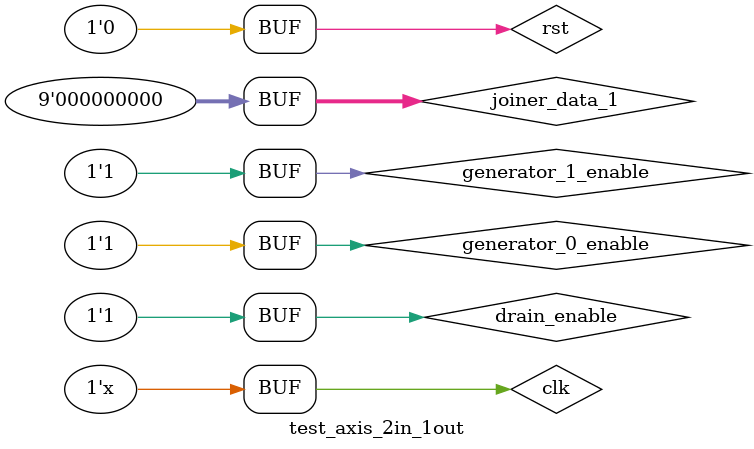
<source format=sv>
`timescale 1ns / 1ps


module test_axis_2in_1out;
	parameter DATA_WIDTH_0=24;
	parameter DATA_WIDTH_1=9;
	parameter OUT_WIDTH=33; //DATA_WIDTH_0+DATA_WIDTH_1;
	parameter PERIOD=10;
	parameter USE_JOINER=0;
	parameter USE_FILTER=0;
	parameter USE_COMBINER=0;
	parameter USE_SHIFTER=0;
	parameter USE_DIVIDER=1;
	parameter ELIMINATE_ON_UP=1;
	
	reg clk, rst;
	
	reg generator_0_enable;
	wire gen_0_valid, gen_0_ready;
	wire[DATA_WIDTH_0-1:0] gen_0_data;
	
	reg generator_1_enable;
	wire gen_1_valid, gen_1_ready;
	wire[DATA_WIDTH_1-1:0] gen_1_data;
	
	wire joiner_valid, joiner_ready;
	wire[DATA_WIDTH_0-1:0] joiner_data_0;
	wire[DATA_WIDTH_1-1:0] joiner_data_1;
	
	reg drain_enable;
	
	always #(PERIOD/2) clk = ~clk;
	
	initial begin
		generator_0_enable = 0;
		generator_1_enable = 0;
		drain_enable = 0;
		clk = 0;
		rst = 1;
		#(PERIOD*2)
		#(PERIOD/2)
		rst = 0;
		generator_0_enable = 1;
		generator_1_enable = 1;
		drain_enable = 1;
		#(PERIOD*5)
		drain_enable = 0;
		#(PERIOD*5)
		drain_enable = 1;
	end
	
	helper_axis_generator #(.DATA_WIDTH(DATA_WIDTH_0), .START_AT(12345)) GEN_0
		(
			.clk(clk), .rst(rst), .enable(generator_0_enable),
			.output_valid(gen_0_valid),
			.output_data(gen_0_data),
			.output_ready(gen_0_ready)
		);
		
	helper_axis_generator #(.DATA_WIDTH(DATA_WIDTH_1)) GEN_1
		(
			.clk(clk), .rst(rst), .enable(generator_1_enable),
			.output_valid(gen_1_valid),
			.output_data(gen_1_data),
			.output_ready(gen_1_ready)
		);
	
	if (USE_JOINER==1) begin: sync
		axis_synchronizer_passthrough_2 #(.DATA_WIDTH_0(DATA_WIDTH_0), .DATA_WIDTH_1(DATA_WIDTH_1)) SYNCRHONIZER
			(
				.clk(clk), .rst(rst),
				.input_0_valid(gen_0_valid),
				.input_0_data(gen_0_data),
				.input_0_ready(gen_0_ready),
				.input_1_valid(gen_1_valid),
				.input_1_data(gen_1_data),
				.input_1_ready(gen_1_ready),
				.output_valid(joiner_valid),
				.output_data_0(joiner_data_0),
				.output_data_1(joiner_data_1),
				.output_ready(joiner_ready)
			);
	end
	
	if (USE_FILTER==1) begin: filter
		axis_filter #(.DATA_WIDTH(DATA_WIDTH_0), .ELIMINATE_ON_UP(ELIMINATE_ON_UP)) FILTER
			(
				.clk(clk), .rst(rst),
				.input_valid(gen_0_valid),
				.input_data(gen_0_data),
				.input_ready(gen_0_ready),
				.flag_valid(gen_1_valid),
				.flag_data(gen_1_data),
				.flag_ready(gen_1_ready),
				.output_valid(joiner_valid),
				.output_data(joiner_data_0),
				.output_ready(joiner_ready)
			);
		assign joiner_data_1 = 0;
	end

	if (USE_COMBINER==1) begin: combiner
		axis_combiner #(.DATA_WIDTH(DATA_WIDTH_0), .FROM_PORT_ZERO(16), .FROM_PORT_ONE(7)) COMBINER
			(
				.clk(clk), .rst(rst),
				.input_0_valid(gen_0_valid),
				.input_0_data(gen_0_data),
				.input_0_ready(gen_0_ready),
				.input_1_valid(gen_1_valid),
				.input_1_data(gen_1_data),
				.input_1_ready(gen_1_ready),
				.output_valid(joiner_valid),
				.output_data(joiner_data_0),
				.output_ready(joiner_ready)
			);
		assign joiner_data_1 = 0;
	end

	if (USE_SHIFTER==1) begin: shifter
		axis_shifter #(.SHIFT_WIDTH(DATA_WIDTH_1), .DATA_WIDTH(DATA_WIDTH_0), .LEFT(1), .ARITHMETIC(0)) SHIFTER
			(
				.clk(clk), .rst(rst),
				.shift_valid(gen_1_valid),
				.shift_data(gen_1_data),
				.shift_ready(gen_1_ready),
				.input_valid(gen_0_valid),
				.input_data(gen_0_data),
				.input_ready(gen_0_ready),
				.output_valid(joiner_valid),
				.output_data(joiner_data_0),
				.output_ready(joiner_ready)
			);
		assign joiner_data_1 = 0;
	end
	
	if (USE_DIVIDER==1) begin: divider
		axis_divider #(.DIVIDEND_WIDTH(DATA_WIDTH_0), .DIVISOR_WIDTH(DATA_WIDTH_1)) DIVIDER
			(
				.clk(clk), .rst(rst),
				.dividend_data(gen_0_data),
				.dividend_ready(gen_0_ready),
				.dividend_valid(gen_0_valid),
				.divisor_data(gen_1_data),
				.divisor_ready(gen_1_ready),
				.divisor_valid(gen_1_valid),
				.output_data(joiner_data_0),
				.output_err(),
				.output_valid(joiner_valid),
				.output_ready(joiner_ready)
			);
		assign joiner_data_1 = 0;
	end
	
	
	helper_axis_drain #(.DATA_WIDTH(OUT_WIDTH)) DRAIN
		(
			.clk(clk), .rst(rst), .enable(drain_enable),
			.input_valid(joiner_valid),
			.input_ready(joiner_ready),
			.input_data({joiner_data_1, joiner_data_0})
		);


endmodule

</source>
